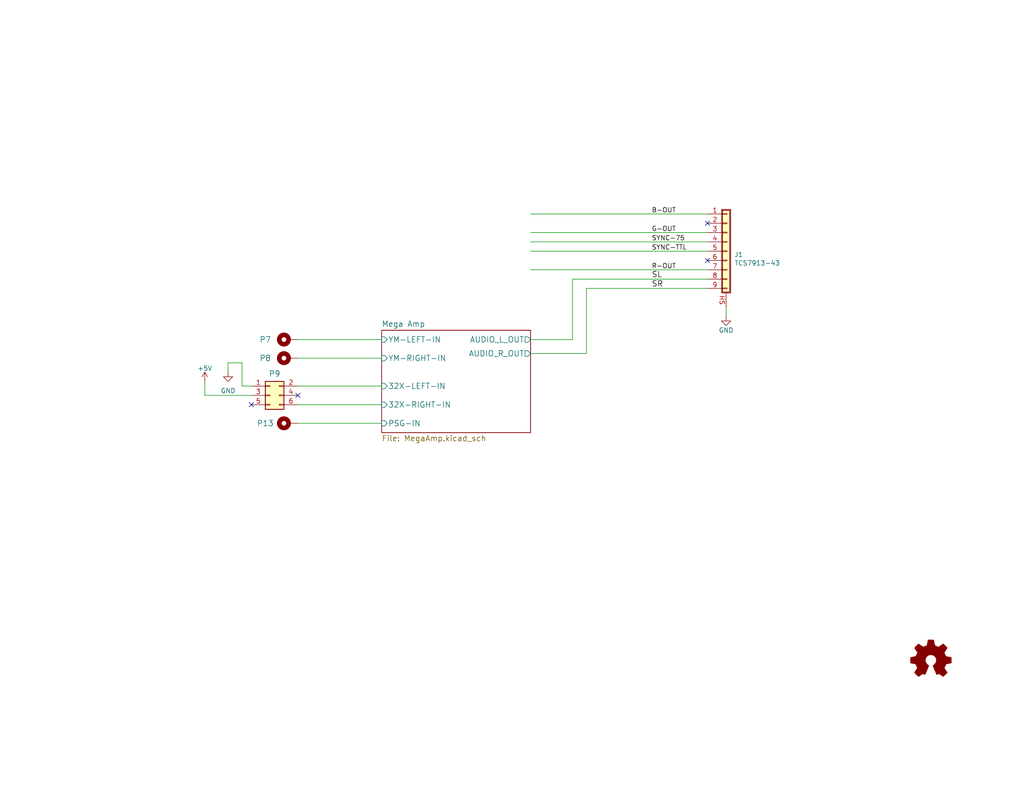
<source format=kicad_sch>
(kicad_sch (version 20211123) (generator eeschema)

  (uuid 80b2318c-b281-48f0-aa4f-ce54d0596f9a)

  (paper "A")

  (title_block
    (title "Genesis Model 3 Stereo Audio")
    (date "2021-01-17")
    (rev "A")
    (company "Late to the Game")
    (comment 1 "https://github.com/LateToTheGame16/Genesis-Model3-Stereo")
    (comment 2 "Licensed under CERN OHL v.1.2")
    (comment 3 "For Genesis 3 consoles only")
  )

  (lib_symbols
    (symbol "Connector_Generic:Conn_02x03_Odd_Even" (pin_names (offset 1.016) hide) (in_bom yes) (on_board yes)
      (property "Reference" "J" (id 0) (at 1.27 5.08 0)
        (effects (font (size 1.27 1.27)))
      )
      (property "Value" "Conn_02x03_Odd_Even" (id 1) (at 1.27 -5.08 0)
        (effects (font (size 1.27 1.27)))
      )
      (property "Footprint" "" (id 2) (at 0 0 0)
        (effects (font (size 1.27 1.27)) hide)
      )
      (property "Datasheet" "~" (id 3) (at 0 0 0)
        (effects (font (size 1.27 1.27)) hide)
      )
      (property "ki_keywords" "connector" (id 4) (at 0 0 0)
        (effects (font (size 1.27 1.27)) hide)
      )
      (property "ki_description" "Generic connector, double row, 02x03, odd/even pin numbering scheme (row 1 odd numbers, row 2 even numbers), script generated (kicad-library-utils/schlib/autogen/connector/)" (id 5) (at 0 0 0)
        (effects (font (size 1.27 1.27)) hide)
      )
      (property "ki_fp_filters" "Connector*:*_2x??_*" (id 6) (at 0 0 0)
        (effects (font (size 1.27 1.27)) hide)
      )
      (symbol "Conn_02x03_Odd_Even_1_1"
        (rectangle (start -1.27 -2.413) (end 0 -2.667)
          (stroke (width 0.1524) (type default) (color 0 0 0 0))
          (fill (type none))
        )
        (rectangle (start -1.27 0.127) (end 0 -0.127)
          (stroke (width 0.1524) (type default) (color 0 0 0 0))
          (fill (type none))
        )
        (rectangle (start -1.27 2.667) (end 0 2.413)
          (stroke (width 0.1524) (type default) (color 0 0 0 0))
          (fill (type none))
        )
        (rectangle (start -1.27 3.81) (end 3.81 -3.81)
          (stroke (width 0.254) (type default) (color 0 0 0 0))
          (fill (type background))
        )
        (rectangle (start 3.81 -2.413) (end 2.54 -2.667)
          (stroke (width 0.1524) (type default) (color 0 0 0 0))
          (fill (type none))
        )
        (rectangle (start 3.81 0.127) (end 2.54 -0.127)
          (stroke (width 0.1524) (type default) (color 0 0 0 0))
          (fill (type none))
        )
        (rectangle (start 3.81 2.667) (end 2.54 2.413)
          (stroke (width 0.1524) (type default) (color 0 0 0 0))
          (fill (type none))
        )
        (pin passive line (at -5.08 2.54 0) (length 3.81)
          (name "Pin_1" (effects (font (size 1.27 1.27))))
          (number "1" (effects (font (size 1.27 1.27))))
        )
        (pin passive line (at 7.62 2.54 180) (length 3.81)
          (name "Pin_2" (effects (font (size 1.27 1.27))))
          (number "2" (effects (font (size 1.27 1.27))))
        )
        (pin passive line (at -5.08 0 0) (length 3.81)
          (name "Pin_3" (effects (font (size 1.27 1.27))))
          (number "3" (effects (font (size 1.27 1.27))))
        )
        (pin passive line (at 7.62 0 180) (length 3.81)
          (name "Pin_4" (effects (font (size 1.27 1.27))))
          (number "4" (effects (font (size 1.27 1.27))))
        )
        (pin passive line (at -5.08 -2.54 0) (length 3.81)
          (name "Pin_5" (effects (font (size 1.27 1.27))))
          (number "5" (effects (font (size 1.27 1.27))))
        )
        (pin passive line (at 7.62 -2.54 180) (length 3.81)
          (name "Pin_6" (effects (font (size 1.27 1.27))))
          (number "6" (effects (font (size 1.27 1.27))))
        )
      )
    )
    (symbol "Connector_Generic_Shielded:Conn_01x09_Shielded" (pin_names (offset 1.016) hide) (in_bom yes) (on_board yes)
      (property "Reference" "J" (id 0) (at 0.254 12.446 0)
        (effects (font (size 1.27 1.27)))
      )
      (property "Value" "Conn_01x09_Shielded" (id 1) (at 1.016 -12.446 0)
        (effects (font (size 1.27 1.27)) (justify left))
      )
      (property "Footprint" "" (id 2) (at 0 0 0)
        (effects (font (size 1.27 1.27)) hide)
      )
      (property "Datasheet" "~" (id 3) (at 0 0 0)
        (effects (font (size 1.27 1.27)) hide)
      )
      (property "ki_keywords" "connector" (id 4) (at 0 0 0)
        (effects (font (size 1.27 1.27)) hide)
      )
      (property "ki_description" "Generic shielded connector, single row, 01x09, script generated (kicad-library-utils/schlib/autogen/connector/)" (id 5) (at 0 0 0)
        (effects (font (size 1.27 1.27)) hide)
      )
      (property "ki_fp_filters" "Connector*:*_1x??-1SH*" (id 6) (at 0 0 0)
        (effects (font (size 1.27 1.27)) hide)
      )
      (symbol "Conn_01x09_Shielded_1_1"
        (rectangle (start -1.27 11.43) (end 1.27 -11.43)
          (stroke (width 0.1524) (type default) (color 0 0 0 0))
          (fill (type none))
        )
        (rectangle (start -1.016 -10.033) (end 0.254 -10.287)
          (stroke (width 0.1524) (type default) (color 0 0 0 0))
          (fill (type none))
        )
        (rectangle (start -1.016 -7.493) (end 0.254 -7.747)
          (stroke (width 0.1524) (type default) (color 0 0 0 0))
          (fill (type none))
        )
        (rectangle (start -1.016 -4.953) (end 0.254 -5.207)
          (stroke (width 0.1524) (type default) (color 0 0 0 0))
          (fill (type none))
        )
        (rectangle (start -1.016 -2.413) (end 0.254 -2.667)
          (stroke (width 0.1524) (type default) (color 0 0 0 0))
          (fill (type none))
        )
        (rectangle (start -1.016 0.127) (end 0.254 -0.127)
          (stroke (width 0.1524) (type default) (color 0 0 0 0))
          (fill (type none))
        )
        (rectangle (start -1.016 2.667) (end 0.254 2.413)
          (stroke (width 0.1524) (type default) (color 0 0 0 0))
          (fill (type none))
        )
        (rectangle (start -1.016 5.207) (end 0.254 4.953)
          (stroke (width 0.1524) (type default) (color 0 0 0 0))
          (fill (type none))
        )
        (rectangle (start -1.016 7.747) (end 0.254 7.493)
          (stroke (width 0.1524) (type default) (color 0 0 0 0))
          (fill (type none))
        )
        (rectangle (start -1.016 10.287) (end 0.254 10.033)
          (stroke (width 0.1524) (type default) (color 0 0 0 0))
          (fill (type none))
        )
        (rectangle (start -1.016 11.176) (end 1.016 -11.176)
          (stroke (width 0.254) (type default) (color 0 0 0 0))
          (fill (type background))
        )
        (pin passive line (at -5.08 10.16 0) (length 4.064)
          (name "Pin_1" (effects (font (size 1.27 1.27))))
          (number "1" (effects (font (size 1.27 1.27))))
        )
        (pin passive line (at -5.08 7.62 0) (length 4.064)
          (name "Pin_2" (effects (font (size 1.27 1.27))))
          (number "2" (effects (font (size 1.27 1.27))))
        )
        (pin passive line (at -5.08 5.08 0) (length 4.064)
          (name "Pin_3" (effects (font (size 1.27 1.27))))
          (number "3" (effects (font (size 1.27 1.27))))
        )
        (pin passive line (at -5.08 2.54 0) (length 4.064)
          (name "Pin_4" (effects (font (size 1.27 1.27))))
          (number "4" (effects (font (size 1.27 1.27))))
        )
        (pin passive line (at -5.08 0 0) (length 4.064)
          (name "Pin_5" (effects (font (size 1.27 1.27))))
          (number "5" (effects (font (size 1.27 1.27))))
        )
        (pin passive line (at -5.08 -2.54 0) (length 4.064)
          (name "Pin_6" (effects (font (size 1.27 1.27))))
          (number "6" (effects (font (size 1.27 1.27))))
        )
        (pin passive line (at -5.08 -5.08 0) (length 4.064)
          (name "Pin_7" (effects (font (size 1.27 1.27))))
          (number "7" (effects (font (size 1.27 1.27))))
        )
        (pin passive line (at -5.08 -7.62 0) (length 4.064)
          (name "Pin_8" (effects (font (size 1.27 1.27))))
          (number "8" (effects (font (size 1.27 1.27))))
        )
        (pin passive line (at -5.08 -10.16 0) (length 4.064)
          (name "Pin_9" (effects (font (size 1.27 1.27))))
          (number "9" (effects (font (size 1.27 1.27))))
        )
        (pin passive line (at 0 -15.24 90) (length 3.81)
          (name "Shield" (effects (font (size 1.27 1.27))))
          (number "SH" (effects (font (size 1.27 1.27))))
        )
      )
    )
    (symbol "Graphic:Logo_Open_Hardware_Small" (pin_names (offset 1.016)) (in_bom yes) (on_board yes)
      (property "Reference" "#LOGO" (id 0) (at 0 6.985 0)
        (effects (font (size 1.27 1.27)) hide)
      )
      (property "Value" "Logo_Open_Hardware_Small" (id 1) (at 0 -5.715 0)
        (effects (font (size 1.27 1.27)) hide)
      )
      (property "Footprint" "" (id 2) (at 0 0 0)
        (effects (font (size 1.27 1.27)) hide)
      )
      (property "Datasheet" "~" (id 3) (at 0 0 0)
        (effects (font (size 1.27 1.27)) hide)
      )
      (property "ki_keywords" "Logo" (id 4) (at 0 0 0)
        (effects (font (size 1.27 1.27)) hide)
      )
      (property "ki_description" "Open Hardware logo, small" (id 5) (at 0 0 0)
        (effects (font (size 1.27 1.27)) hide)
      )
      (symbol "Logo_Open_Hardware_Small_0_1"
        (polyline
          (pts
            (xy 3.3528 -4.3434)
            (xy 3.302 -4.318)
            (xy 3.175 -4.2418)
            (xy 2.9972 -4.1148)
            (xy 2.7686 -3.9624)
            (xy 2.54 -3.81)
            (xy 2.3622 -3.7084)
            (xy 2.2352 -3.6068)
            (xy 2.1844 -3.5814)
            (xy 2.159 -3.6068)
            (xy 2.0574 -3.6576)
            (xy 1.905 -3.7338)
            (xy 1.8034 -3.7846)
            (xy 1.6764 -3.8354)
            (xy 1.6002 -3.8354)
            (xy 1.6002 -3.8354)
            (xy 1.5494 -3.7338)
            (xy 1.4732 -3.5306)
            (xy 1.3462 -3.302)
            (xy 1.2446 -3.0226)
            (xy 1.1176 -2.7178)
            (xy 0.9652 -2.413)
            (xy 0.8636 -2.1082)
            (xy 0.7366 -1.8288)
            (xy 0.6604 -1.6256)
            (xy 0.6096 -1.4732)
            (xy 0.5842 -1.397)
            (xy 0.5842 -1.397)
            (xy 0.6604 -1.3208)
            (xy 0.7874 -1.2446)
            (xy 1.0414 -1.016)
            (xy 1.2954 -0.6858)
            (xy 1.4478 -0.3302)
            (xy 1.524 0.0762)
            (xy 1.4732 0.4572)
            (xy 1.3208 0.8128)
            (xy 1.0668 1.143)
            (xy 0.762 1.3716)
            (xy 0.4064 1.524)
            (xy 0 1.5748)
            (xy -0.381 1.5494)
            (xy -0.7366 1.397)
            (xy -1.0668 1.143)
            (xy -1.2192 0.9906)
            (xy -1.397 0.6604)
            (xy -1.524 0.3048)
            (xy -1.524 0.2286)
            (xy -1.4986 -0.1778)
            (xy -1.397 -0.5334)
            (xy -1.1938 -0.8636)
            (xy -0.9144 -1.143)
            (xy -0.8636 -1.1684)
            (xy -0.7366 -1.27)
            (xy -0.635 -1.3462)
            (xy -0.5842 -1.397)
            (xy -1.0668 -2.5908)
            (xy -1.143 -2.794)
            (xy -1.2954 -3.1242)
            (xy -1.397 -3.4036)
            (xy -1.4986 -3.6322)
            (xy -1.5748 -3.7846)
            (xy -1.6002 -3.8354)
            (xy -1.6002 -3.8354)
            (xy -1.651 -3.8354)
            (xy -1.7272 -3.81)
            (xy -1.905 -3.7338)
            (xy -2.0066 -3.683)
            (xy -2.1336 -3.6068)
            (xy -2.2098 -3.5814)
            (xy -2.2606 -3.6068)
            (xy -2.3622 -3.683)
            (xy -2.54 -3.81)
            (xy -2.7686 -3.9624)
            (xy -2.9718 -4.0894)
            (xy -3.1496 -4.2164)
            (xy -3.302 -4.318)
            (xy -3.3528 -4.3434)
            (xy -3.3782 -4.3434)
            (xy -3.429 -4.318)
            (xy -3.5306 -4.2164)
            (xy -3.7084 -4.064)
            (xy -3.937 -3.8354)
            (xy -3.9624 -3.81)
            (xy -4.1656 -3.6068)
            (xy -4.318 -3.4544)
            (xy -4.4196 -3.3274)
            (xy -4.445 -3.2766)
            (xy -4.445 -3.2766)
            (xy -4.4196 -3.2258)
            (xy -4.318 -3.0734)
            (xy -4.2164 -2.8956)
            (xy -4.064 -2.667)
            (xy -3.6576 -2.0828)
            (xy -3.8862 -1.5494)
            (xy -3.937 -1.3716)
            (xy -4.0386 -1.1684)
            (xy -4.0894 -1.0414)
            (xy -4.1148 -0.9652)
            (xy -4.191 -0.9398)
            (xy -4.318 -0.9144)
            (xy -4.5466 -0.8636)
            (xy -4.8006 -0.8128)
            (xy -5.0546 -0.7874)
            (xy -5.2578 -0.7366)
            (xy -5.4356 -0.7112)
            (xy -5.5118 -0.6858)
            (xy -5.5118 -0.6858)
            (xy -5.5372 -0.635)
            (xy -5.5372 -0.5588)
            (xy -5.5372 -0.4318)
            (xy -5.5626 -0.2286)
            (xy -5.5626 0.0762)
            (xy -5.5626 0.127)
            (xy -5.5372 0.4064)
            (xy -5.5372 0.635)
            (xy -5.5372 0.762)
            (xy -5.5372 0.8382)
            (xy -5.5372 0.8382)
            (xy -5.461 0.8382)
            (xy -5.3086 0.889)
            (xy -5.08 0.9144)
            (xy -4.826 0.9652)
            (xy -4.8006 0.9906)
            (xy -4.5466 1.0414)
            (xy -4.318 1.0668)
            (xy -4.1656 1.1176)
            (xy -4.0894 1.143)
            (xy -4.0894 1.143)
            (xy -4.0386 1.2446)
            (xy -3.9624 1.4224)
            (xy -3.8608 1.6256)
            (xy -3.7846 1.8288)
            (xy -3.7084 2.0066)
            (xy -3.6576 2.159)
            (xy -3.6322 2.2098)
            (xy -3.6322 2.2098)
            (xy -3.683 2.286)
            (xy -3.7592 2.413)
            (xy -3.8862 2.5908)
            (xy -4.064 2.8194)
            (xy -4.064 2.8448)
            (xy -4.2164 3.0734)
            (xy -4.3434 3.2512)
            (xy -4.4196 3.3782)
            (xy -4.445 3.4544)
            (xy -4.445 3.4544)
            (xy -4.3942 3.5052)
            (xy -4.2926 3.6322)
            (xy -4.1148 3.81)
            (xy -3.937 4.0132)
            (xy -3.8608 4.064)
            (xy -3.6576 4.2926)
            (xy -3.5052 4.4196)
            (xy -3.4036 4.4958)
            (xy -3.3528 4.5212)
            (xy -3.3528 4.5212)
            (xy -3.302 4.4704)
            (xy -3.1496 4.3688)
            (xy -2.9718 4.2418)
            (xy -2.7432 4.0894)
            (xy -2.7178 4.0894)
            (xy -2.4892 3.937)
            (xy -2.3114 3.81)
            (xy -2.1844 3.7084)
            (xy -2.1336 3.683)
            (xy -2.1082 3.683)
            (xy -2.032 3.7084)
            (xy -1.8542 3.7592)
            (xy -1.6764 3.8354)
            (xy -1.4732 3.937)
            (xy -1.27 4.0132)
            (xy -1.143 4.064)
            (xy -1.0668 4.1148)
            (xy -1.0668 4.1148)
            (xy -1.0414 4.191)
            (xy -1.016 4.3434)
            (xy -0.9652 4.572)
            (xy -0.9144 4.8514)
            (xy -0.889 4.9022)
            (xy -0.8382 5.1562)
            (xy -0.8128 5.3848)
            (xy -0.7874 5.5372)
            (xy -0.762 5.588)
            (xy -0.7112 5.6134)
            (xy -0.5842 5.6134)
            (xy -0.4064 5.6134)
            (xy -0.1524 5.6134)
            (xy 0.0762 5.6134)
            (xy 0.3302 5.6134)
            (xy 0.5334 5.6134)
            (xy 0.6858 5.588)
            (xy 0.7366 5.588)
            (xy 0.7366 5.588)
            (xy 0.762 5.5118)
            (xy 0.8128 5.334)
            (xy 0.8382 5.1054)
            (xy 0.9144 4.826)
            (xy 0.9144 4.7752)
            (xy 0.9652 4.5212)
            (xy 1.016 4.2926)
            (xy 1.0414 4.1402)
            (xy 1.0668 4.0894)
            (xy 1.0668 4.0894)
            (xy 1.1938 4.0386)
            (xy 1.3716 3.9624)
            (xy 1.5748 3.8608)
            (xy 2.0828 3.6576)
            (xy 2.7178 4.0894)
            (xy 2.7686 4.1402)
            (xy 2.9972 4.2926)
            (xy 3.175 4.4196)
            (xy 3.302 4.4958)
            (xy 3.3782 4.5212)
            (xy 3.3782 4.5212)
            (xy 3.429 4.4704)
            (xy 3.556 4.3434)
            (xy 3.7338 4.191)
            (xy 3.9116 3.9878)
            (xy 4.064 3.8354)
            (xy 4.2418 3.6576)
            (xy 4.3434 3.556)
            (xy 4.4196 3.4798)
            (xy 4.4196 3.429)
            (xy 4.4196 3.4036)
            (xy 4.3942 3.3274)
            (xy 4.2926 3.2004)
            (xy 4.1656 2.9972)
            (xy 4.0132 2.794)
            (xy 3.8862 2.5908)
            (xy 3.7592 2.3876)
            (xy 3.6576 2.2352)
            (xy 3.6322 2.159)
            (xy 3.6322 2.1336)
            (xy 3.683 2.0066)
            (xy 3.7592 1.8288)
            (xy 3.8608 1.6002)
            (xy 4.064 1.1176)
            (xy 4.3942 1.0414)
            (xy 4.5974 1.016)
            (xy 4.8768 0.9652)
            (xy 5.1308 0.9144)
            (xy 5.5372 0.8382)
            (xy 5.5626 -0.6604)
            (xy 5.4864 -0.6858)
            (xy 5.4356 -0.6858)
            (xy 5.2832 -0.7366)
            (xy 5.0546 -0.762)
            (xy 4.8006 -0.8128)
            (xy 4.5974 -0.8636)
            (xy 4.3688 -0.9144)
            (xy 4.2164 -0.9398)
            (xy 4.1402 -0.9398)
            (xy 4.1148 -0.9652)
            (xy 4.064 -1.0668)
            (xy 3.9878 -1.2446)
            (xy 3.9116 -1.4478)
            (xy 3.81 -1.651)
            (xy 3.7338 -1.8542)
            (xy 3.683 -2.0066)
            (xy 3.6576 -2.0828)
            (xy 3.683 -2.1336)
            (xy 3.7846 -2.2606)
            (xy 3.8862 -2.4638)
            (xy 4.0386 -2.667)
            (xy 4.191 -2.8956)
            (xy 4.318 -3.0734)
            (xy 4.3942 -3.2004)
            (xy 4.445 -3.2766)
            (xy 4.4196 -3.3274)
            (xy 4.3434 -3.429)
            (xy 4.1656 -3.5814)
            (xy 3.937 -3.8354)
            (xy 3.8862 -3.8608)
            (xy 3.683 -4.064)
            (xy 3.5306 -4.2164)
            (xy 3.4036 -4.318)
            (xy 3.3528 -4.3434)
          )
          (stroke (width 0) (type default) (color 0 0 0 0))
          (fill (type outline))
        )
      )
    )
    (symbol "Mechanical:MountingHole_Pad" (pin_numbers hide) (pin_names (offset 1.016) hide) (in_bom yes) (on_board yes)
      (property "Reference" "H" (id 0) (at 0 6.35 0)
        (effects (font (size 1.27 1.27)))
      )
      (property "Value" "MountingHole_Pad" (id 1) (at 0 4.445 0)
        (effects (font (size 1.27 1.27)))
      )
      (property "Footprint" "" (id 2) (at 0 0 0)
        (effects (font (size 1.27 1.27)) hide)
      )
      (property "Datasheet" "~" (id 3) (at 0 0 0)
        (effects (font (size 1.27 1.27)) hide)
      )
      (property "ki_keywords" "mounting hole" (id 4) (at 0 0 0)
        (effects (font (size 1.27 1.27)) hide)
      )
      (property "ki_description" "Mounting Hole with connection" (id 5) (at 0 0 0)
        (effects (font (size 1.27 1.27)) hide)
      )
      (property "ki_fp_filters" "MountingHole*Pad*" (id 6) (at 0 0 0)
        (effects (font (size 1.27 1.27)) hide)
      )
      (symbol "MountingHole_Pad_0_1"
        (circle (center 0 1.27) (radius 1.27)
          (stroke (width 1.27) (type default) (color 0 0 0 0))
          (fill (type none))
        )
      )
      (symbol "MountingHole_Pad_1_1"
        (pin input line (at 0 -2.54 90) (length 2.54)
          (name "1" (effects (font (size 1.27 1.27))))
          (number "1" (effects (font (size 1.27 1.27))))
        )
      )
    )
    (symbol "power:+5V" (power) (pin_names (offset 0)) (in_bom yes) (on_board yes)
      (property "Reference" "#PWR" (id 0) (at 0 -3.81 0)
        (effects (font (size 1.27 1.27)) hide)
      )
      (property "Value" "+5V" (id 1) (at 0 3.556 0)
        (effects (font (size 1.27 1.27)))
      )
      (property "Footprint" "" (id 2) (at 0 0 0)
        (effects (font (size 1.27 1.27)) hide)
      )
      (property "Datasheet" "" (id 3) (at 0 0 0)
        (effects (font (size 1.27 1.27)) hide)
      )
      (property "ki_keywords" "power-flag" (id 4) (at 0 0 0)
        (effects (font (size 1.27 1.27)) hide)
      )
      (property "ki_description" "Power symbol creates a global label with name \"+5V\"" (id 5) (at 0 0 0)
        (effects (font (size 1.27 1.27)) hide)
      )
      (symbol "+5V_0_1"
        (polyline
          (pts
            (xy -0.762 1.27)
            (xy 0 2.54)
          )
          (stroke (width 0) (type default) (color 0 0 0 0))
          (fill (type none))
        )
        (polyline
          (pts
            (xy 0 0)
            (xy 0 2.54)
          )
          (stroke (width 0) (type default) (color 0 0 0 0))
          (fill (type none))
        )
        (polyline
          (pts
            (xy 0 2.54)
            (xy 0.762 1.27)
          )
          (stroke (width 0) (type default) (color 0 0 0 0))
          (fill (type none))
        )
      )
      (symbol "+5V_1_1"
        (pin power_in line (at 0 0 90) (length 0) hide
          (name "+5V" (effects (font (size 1.27 1.27))))
          (number "1" (effects (font (size 1.27 1.27))))
        )
      )
    )
    (symbol "power:GND" (power) (pin_names (offset 0)) (in_bom yes) (on_board yes)
      (property "Reference" "#PWR" (id 0) (at 0 -6.35 0)
        (effects (font (size 1.27 1.27)) hide)
      )
      (property "Value" "GND" (id 1) (at 0 -3.81 0)
        (effects (font (size 1.27 1.27)))
      )
      (property "Footprint" "" (id 2) (at 0 0 0)
        (effects (font (size 1.27 1.27)) hide)
      )
      (property "Datasheet" "" (id 3) (at 0 0 0)
        (effects (font (size 1.27 1.27)) hide)
      )
      (property "ki_keywords" "power-flag" (id 4) (at 0 0 0)
        (effects (font (size 1.27 1.27)) hide)
      )
      (property "ki_description" "Power symbol creates a global label with name \"GND\" , ground" (id 5) (at 0 0 0)
        (effects (font (size 1.27 1.27)) hide)
      )
      (symbol "GND_0_1"
        (polyline
          (pts
            (xy 0 0)
            (xy 0 -1.27)
            (xy 1.27 -1.27)
            (xy 0 -2.54)
            (xy -1.27 -1.27)
            (xy 0 -1.27)
          )
          (stroke (width 0) (type default) (color 0 0 0 0))
          (fill (type none))
        )
      )
      (symbol "GND_1_1"
        (pin power_in line (at 0 0 270) (length 0) hide
          (name "GND" (effects (font (size 1.27 1.27))))
          (number "1" (effects (font (size 1.27 1.27))))
        )
      )
    )
  )


  (no_connect (at 81.28 107.95) (uuid 18be3932-3829-4802-8a70-f9ce7684ddd2))
  (no_connect (at 193.04 71.12) (uuid 6dcfd869-8d64-4e47-a649-6a4246ecc600))
  (no_connect (at 193.04 60.96) (uuid b87e407e-255e-4c51-a6cc-d53503b0a6c5))
  (no_connect (at 68.58 110.49) (uuid fc408100-5a63-4f5a-b765-34a2d3dcf235))

  (wire (pts (xy 81.28 92.71) (xy 104.14 92.71))
    (stroke (width 0) (type default) (color 0 0 0 0))
    (uuid 144ea06f-9255-4dde-acd9-9030c88b5fab)
  )
  (wire (pts (xy 104.14 110.49) (xy 81.28 110.49))
    (stroke (width 0) (type default) (color 0 0 0 0))
    (uuid 188e4a58-3575-4a3c-a5f5-13f049cfc3c5)
  )
  (wire (pts (xy 156.21 92.71) (xy 144.78 92.71))
    (stroke (width 0) (type default) (color 0 0 0 0))
    (uuid 2b853e73-dfe6-4a96-bfa7-26c7b992eaa1)
  )
  (wire (pts (xy 81.28 97.79) (xy 104.14 97.79))
    (stroke (width 0) (type default) (color 0 0 0 0))
    (uuid 2bd4b824-fdd9-4663-a1ac-04e542fbd83a)
  )
  (wire (pts (xy 81.28 105.41) (xy 104.14 105.41))
    (stroke (width 0) (type default) (color 0 0 0 0))
    (uuid 2dd3fead-c221-419c-bd0a-db596acdd529)
  )
  (wire (pts (xy 160.02 78.74) (xy 193.04 78.74))
    (stroke (width 0) (type default) (color 0 0 0 0))
    (uuid 34b1eaa7-407c-426f-9832-69cd30a56490)
  )
  (wire (pts (xy 144.78 73.66) (xy 193.04 73.66))
    (stroke (width 0) (type default) (color 0 0 0 0))
    (uuid 485bf1df-b460-4840-ac1d-4ee7923ef4d3)
  )
  (wire (pts (xy 55.88 107.95) (xy 55.88 104.14))
    (stroke (width 0) (type default) (color 0 0 0 0))
    (uuid 4dffe7c3-7f13-4a1c-a649-3171c52d11a0)
  )
  (wire (pts (xy 156.21 76.2) (xy 156.21 92.71))
    (stroke (width 0) (type default) (color 0 0 0 0))
    (uuid 5ea9cd63-63a1-4ae9-9645-2fc4f8ec3a3c)
  )
  (wire (pts (xy 66.04 99.06) (xy 66.04 105.41))
    (stroke (width 0) (type default) (color 0 0 0 0))
    (uuid 7d4ebb9f-c52b-4599-be5b-a884dd8e424a)
  )
  (wire (pts (xy 156.21 76.2) (xy 193.04 76.2))
    (stroke (width 0) (type default) (color 0 0 0 0))
    (uuid 80282cad-c942-44e5-bf68-fb754536a0d1)
  )
  (wire (pts (xy 160.02 78.74) (xy 160.02 96.52))
    (stroke (width 0) (type default) (color 0 0 0 0))
    (uuid 88f6a2de-0e08-40a1-bcb6-6fe684fdb3be)
  )
  (wire (pts (xy 160.02 96.52) (xy 144.78 96.52))
    (stroke (width 0) (type default) (color 0 0 0 0))
    (uuid 8962e7ad-2cf5-4b48-92f6-f7dc23843804)
  )
  (wire (pts (xy 198.12 83.82) (xy 198.12 86.36))
    (stroke (width 0) (type default) (color 0 0 0 0))
    (uuid 8b0605c7-547e-4ac4-93ca-9aee84f60c4a)
  )
  (wire (pts (xy 68.58 107.95) (xy 55.88 107.95))
    (stroke (width 0) (type default) (color 0 0 0 0))
    (uuid 8bac61f8-4a8f-4c38-a4ec-6545bc9552c2)
  )
  (wire (pts (xy 62.23 99.06) (xy 66.04 99.06))
    (stroke (width 0) (type default) (color 0 0 0 0))
    (uuid 91b5286b-2ea1-482b-9192-8a483d2623d6)
  )
  (wire (pts (xy 66.04 105.41) (xy 68.58 105.41))
    (stroke (width 0) (type default) (color 0 0 0 0))
    (uuid a1b897f6-3bf5-4a87-8f4a-4b8e8bd738ef)
  )
  (wire (pts (xy 62.23 101.6) (xy 62.23 99.06))
    (stroke (width 0) (type default) (color 0 0 0 0))
    (uuid af09893d-947a-41c7-b2e1-12863ba81268)
  )
  (wire (pts (xy 144.78 68.58) (xy 193.04 68.58))
    (stroke (width 0) (type default) (color 0 0 0 0))
    (uuid b336b0df-53e5-450d-88ba-6e421efe79ce)
  )
  (wire (pts (xy 144.78 63.5) (xy 193.04 63.5))
    (stroke (width 0) (type default) (color 0 0 0 0))
    (uuid bd911c04-cd5d-4788-a15d-5290befca75a)
  )
  (wire (pts (xy 81.28 115.57) (xy 104.14 115.57))
    (stroke (width 0) (type default) (color 0 0 0 0))
    (uuid c288f6d0-c529-4648-8e2f-892ba0ce0e53)
  )
  (wire (pts (xy 144.78 58.42) (xy 193.04 58.42))
    (stroke (width 0) (type default) (color 0 0 0 0))
    (uuid ce0f022a-3795-45e0-85b1-0f7d8854c50e)
  )
  (wire (pts (xy 144.78 66.04) (xy 193.04 66.04))
    (stroke (width 0) (type default) (color 0 0 0 0))
    (uuid f9135800-400e-4c0f-b8ef-39cd4c7532ee)
  )

  (label "SYNC-75" (at 177.8 66.04 0)
    (effects (font (size 1.27 1.27)) (justify left bottom))
    (uuid 055b908b-1601-493b-9363-daa8b36819e5)
  )
  (label "G-OUT" (at 177.8 63.5 0)
    (effects (font (size 1.27 1.27)) (justify left bottom))
    (uuid bab20546-8f98-40c4-b1dd-44c5df8dfd5a)
  )
  (label "SR" (at 177.8 78.74 0)
    (effects (font (size 1.524 1.524)) (justify left bottom))
    (uuid bc95a530-776f-4c54-980e-7bff1270278a)
  )
  (label "R-OUT" (at 177.8 73.66 0)
    (effects (font (size 1.27 1.27)) (justify left bottom))
    (uuid c11fd181-8d75-47b1-ad85-33477a3aa4e1)
  )
  (label "SYNC-TTL" (at 177.8 68.58 0)
    (effects (font (size 1.27 1.27)) (justify left bottom))
    (uuid c3ed5d75-71af-4cbd-82d6-04ed048f7144)
  )
  (label "SL" (at 177.8 76.2 0)
    (effects (font (size 1.524 1.524)) (justify left bottom))
    (uuid dd66709b-f58f-4b44-a3a4-9cea49179937)
  )
  (label "B-OUT" (at 177.8 58.42 0)
    (effects (font (size 1.27 1.27)) (justify left bottom))
    (uuid e6277a36-5480-49e2-8377-4effc02789c7)
  )

  (symbol (lib_id "Connector_Generic_Shielded:Conn_01x09_Shielded") (at 198.12 68.58 0) (unit 1)
    (in_bom no) (on_board yes)
    (uuid 00000000-0000-0000-0000-00005c1617d3)
    (property "Reference" "J1" (id 0) (at 200.3552 69.5198 0)
      (effects (font (size 1.27 1.27)) (justify left))
    )
    (property "Value" "TCS7913-43" (id 1) (at 200.3552 71.8312 0)
      (effects (font (size 1.27 1.27)) (justify left))
    )
    (property "Footprint" "footprints:MiniDIN_TCS7913-43" (id 2) (at 198.12 68.58 0)
      (effects (font (size 1.27 1.27)) (justify left bottom) hide)
    )
    (property "Datasheet" "" (id 3) (at 198.12 68.58 0)
      (effects (font (size 1.27 1.27)) (justify left bottom) hide)
    )
    (property "Digikey" "" (id 4) (at 198.12 68.58 0)
      (effects (font (size 1.27 1.27)) (justify left bottom) hide)
    )
    (property "Description" "CONN RCPT FMALE MINI DIN 9P SLDR" (id 5) (at 198.12 68.58 0)
      (effects (font (size 1.27 1.27)) hide)
    )
    (pin "1" (uuid 399ae33c-21ed-44a9-9b10-960b0df4dec0))
    (pin "2" (uuid c557cb31-8201-4042-b8a0-69f343f49821))
    (pin "3" (uuid d63ab062-f7b8-4981-bea3-b255a4da0765))
    (pin "4" (uuid 28757574-a061-4465-afe7-b7a039e07db7))
    (pin "5" (uuid 95a22cec-8e6d-4570-8b1a-f626331d64ce))
    (pin "6" (uuid bd0a2e5f-1a4a-4f70-a8aa-b277f658d1e2))
    (pin "7" (uuid 5320d8b2-0db9-48be-8aab-ed15104d41de))
    (pin "8" (uuid eff04ad4-ced8-4cb2-8ace-56ebfe76bbd1))
    (pin "9" (uuid 0eec8c5d-4b44-4699-b3a8-f2d110aebbdc))
    (pin "SH" (uuid a3fbe55f-3c83-4727-be69-32355abd2a0b))
  )

  (symbol (lib_id "Mechanical:MountingHole_Pad") (at 78.74 92.71 90) (unit 1)
    (in_bom no) (on_board yes)
    (uuid 00000000-0000-0000-0000-00005c1fe7d9)
    (property "Reference" "P7" (id 0) (at 72.39 92.71 90)
      (effects (font (size 1.524 1.524)))
    )
    (property "Value" "TP_50" (id 1) (at 73.66 90.17 0)
      (effects (font (size 1.524 1.524)) hide)
    )
    (property "Footprint" "TestPoint:TestPoint_Pad_1.5x1.5mm" (id 2) (at 71.12 85.09 0)
      (effects (font (size 1.524 1.524)) hide)
    )
    (property "Datasheet" "" (id 3) (at 80.01 92.71 0)
      (effects (font (size 1.524 1.524)) hide)
    )
    (property "Digikey" "#ND" (id 4) (at 71.12 88.9 0)
      (effects (font (size 1.524 1.524)) hide)
    )
    (property "Description" "0.05\" x 0.05\" SMT Test Point" (id 5) (at 68.58 75.565 0)
      (effects (font (size 1.524 1.524)) hide)
    )
    (pin "1" (uuid 101e037f-9bec-4820-a508-2a0ba50d9f06))
  )

  (symbol (lib_id "Mechanical:MountingHole_Pad") (at 78.74 115.57 90) (unit 1)
    (in_bom no) (on_board yes)
    (uuid 00000000-0000-0000-0000-00005c1fe7f4)
    (property "Reference" "P13" (id 0) (at 72.39 115.57 90)
      (effects (font (size 1.524 1.524)))
    )
    (property "Value" "TP_50" (id 1) (at 73.66 113.03 0)
      (effects (font (size 1.524 1.524)) hide)
    )
    (property "Footprint" "TestPoint:TestPoint_Pad_1.5x1.5mm" (id 2) (at 71.12 107.95 0)
      (effects (font (size 1.524 1.524)) hide)
    )
    (property "Datasheet" "" (id 3) (at 80.01 115.57 0)
      (effects (font (size 1.524 1.524)) hide)
    )
    (property "Digikey" "#ND" (id 4) (at 71.12 111.76 0)
      (effects (font (size 1.524 1.524)) hide)
    )
    (property "Description" "0.05\" x 0.05\" SMT Test Point" (id 5) (at 68.58 98.425 0)
      (effects (font (size 1.524 1.524)) hide)
    )
    (pin "1" (uuid 784c2c99-aaa1-4c8a-bc77-9f336bb98d0d))
  )

  (symbol (lib_id "Connector_Generic:Conn_02x03_Odd_Even") (at 73.66 107.95 0) (unit 1)
    (in_bom no) (on_board yes)
    (uuid 00000000-0000-0000-0000-00005c1fe7fd)
    (property "Reference" "P9" (id 0) (at 74.93 102.0318 0)
      (effects (font (size 1.524 1.524)))
    )
    (property "Value" "TP_50" (id 1) (at 76.2 102.87 0)
      (effects (font (size 1.524 1.524)) hide)
    )
    (property "Footprint" "Connector_PinHeader_2.54mm:PinHeader_2x03_P2.54mm_Vertical" (id 2) (at 81.28 100.33 0)
      (effects (font (size 1.524 1.524)) hide)
    )
    (property "Datasheet" "" (id 3) (at 73.66 109.22 0)
      (effects (font (size 1.524 1.524)) hide)
    )
    (property "Digikey" "#ND" (id 4) (at 77.47 100.33 0)
      (effects (font (size 1.524 1.524)) hide)
    )
    (property "Description" "" (id 5) (at 90.805 97.79 0)
      (effects (font (size 1.524 1.524)) hide)
    )
    (pin "1" (uuid dfe5389c-e7e1-45ca-bc44-5f1081a1e330))
    (pin "2" (uuid e185c07b-879f-4106-b75d-463bb9576d1d))
    (pin "3" (uuid f4319554-57c7-43b7-9095-4e3e468ce7f3))
    (pin "4" (uuid 0af1eb22-8db0-47d8-8cb9-1889a61ef4ed))
    (pin "5" (uuid c63979cd-ba25-4665-b100-70ead07d2880))
    (pin "6" (uuid 2408f6ea-b531-479f-8819-1021bb968256))
  )

  (symbol (lib_id "Mechanical:MountingHole_Pad") (at 78.74 97.79 90) (unit 1)
    (in_bom no) (on_board yes)
    (uuid 00000000-0000-0000-0000-00005c1fe80f)
    (property "Reference" "P8" (id 0) (at 72.39 97.79 90)
      (effects (font (size 1.524 1.524)))
    )
    (property "Value" "TP_50" (id 1) (at 73.66 95.25 0)
      (effects (font (size 1.524 1.524)) hide)
    )
    (property "Footprint" "TestPoint:TestPoint_Pad_1.5x1.5mm" (id 2) (at 71.12 90.17 0)
      (effects (font (size 1.524 1.524)) hide)
    )
    (property "Datasheet" "" (id 3) (at 80.01 97.79 0)
      (effects (font (size 1.524 1.524)) hide)
    )
    (property "Digikey" "#ND" (id 4) (at 71.12 93.98 0)
      (effects (font (size 1.524 1.524)) hide)
    )
    (property "Description" "0.05\" x 0.05\" SMT Test Point" (id 5) (at 68.58 80.645 0)
      (effects (font (size 1.524 1.524)) hide)
    )
    (pin "1" (uuid fc9c39e5-b8ba-4c5d-858b-05c86a9c6cff))
  )

  (symbol (lib_id "power:GND") (at 198.12 86.36 0) (unit 1)
    (in_bom yes) (on_board yes)
    (uuid 00000000-0000-0000-0000-00005d825f0c)
    (property "Reference" "#PWR0105" (id 0) (at 198.12 92.71 0)
      (effects (font (size 1.27 1.27)) hide)
    )
    (property "Value" "GND" (id 1) (at 198.12 90.17 0))
    (property "Footprint" "" (id 2) (at 198.12 86.36 0)
      (effects (font (size 1.27 1.27)) hide)
    )
    (property "Datasheet" "" (id 3) (at 198.12 86.36 0)
      (effects (font (size 1.27 1.27)) hide)
    )
    (pin "1" (uuid 9f5bda34-0245-4b6b-a7a7-e5b620cf5ea9))
  )

  (symbol (lib_id "power:+5V") (at 55.88 104.14 0) (unit 1)
    (in_bom yes) (on_board yes)
    (uuid 00000000-0000-0000-0000-00006009ce35)
    (property "Reference" "#PWR0101" (id 0) (at 55.88 107.95 0)
      (effects (font (size 1.27 1.27)) hide)
    )
    (property "Value" "+5V" (id 1) (at 55.88 100.584 0))
    (property "Footprint" "" (id 2) (at 55.88 104.14 0)
      (effects (font (size 1.27 1.27)) hide)
    )
    (property "Datasheet" "" (id 3) (at 55.88 104.14 0)
      (effects (font (size 1.27 1.27)) hide)
    )
    (pin "1" (uuid 495cd507-3aec-4b02-a459-b32ba655e97f))
  )

  (symbol (lib_id "power:GND") (at 62.23 101.6 0) (unit 1)
    (in_bom yes) (on_board yes) (fields_autoplaced)
    (uuid 056ff63a-0934-436f-91dd-80b8210b7d12)
    (property "Reference" "#PWR0104" (id 0) (at 62.23 107.95 0)
      (effects (font (size 1.27 1.27)) hide)
    )
    (property "Value" "GND" (id 1) (at 62.23 106.68 0))
    (property "Footprint" "" (id 2) (at 62.23 101.6 0)
      (effects (font (size 1.27 1.27)) hide)
    )
    (property "Datasheet" "" (id 3) (at 62.23 101.6 0)
      (effects (font (size 1.27 1.27)) hide)
    )
    (pin "1" (uuid b076bfca-9ea3-4259-9da1-efe42ed5037f))
  )

  (symbol (lib_id "Graphic:Logo_Open_Hardware_Small") (at 254 180.34 0) (unit 1)
    (in_bom yes) (on_board yes) (fields_autoplaced)
    (uuid bef3bb41-5dd6-4e07-9e39-f128ef5b94e9)
    (property "Reference" "LOGO1" (id 0) (at 254 173.355 0)
      (effects (font (size 1.27 1.27)) hide)
    )
    (property "Value" "Logo_Open_Hardware_Small" (id 1) (at 254 186.055 0)
      (effects (font (size 1.27 1.27)) hide)
    )
    (property "Footprint" "Symbol:OSHW-Logo2_7.3x6mm_SilkScreen" (id 2) (at 254 180.34 0)
      (effects (font (size 1.27 1.27)) hide)
    )
    (property "Datasheet" "~" (id 3) (at 254 180.34 0)
      (effects (font (size 1.27 1.27)) hide)
    )
  )

  (sheet (at 104.14 90.17) (size 40.64 27.94) (fields_autoplaced)
    (stroke (width 0) (type solid) (color 0 0 0 0))
    (fill (color 0 0 0 0.0000))
    (uuid 00000000-0000-0000-0000-00005c0ed7bb)
    (property "Sheet name" "Mega Amp" (id 0) (at 104.14 89.3314 0)
      (effects (font (size 1.524 1.524)) (justify left bottom))
    )
    (property "Sheet file" "MegaAmp.kicad_sch" (id 1) (at 104.14 118.7962 0)
      (effects (font (size 1.524 1.524)) (justify left top))
    )
    (pin "AUDIO_R_OUT" output (at 144.78 96.52 0)
      (effects (font (size 1.524 1.524)) (justify right))
      (uuid d8592f89-fb2b-45c3-9ca5-0a44d7979951)
    )
    (pin "AUDIO_L_OUT" output (at 144.78 92.71 0)
      (effects (font (size 1.524 1.524)) (justify right))
      (uuid 095665dc-2d73-48de-85d7-15c4d1fb9629)
    )
    (pin "YM-LEFT-IN" input (at 104.14 92.71 180)
      (effects (font (size 1.524 1.524)) (justify left))
      (uuid 6e7b32e2-521d-41c4-9419-547418a5bfc1)
    )
    (pin "32X-LEFT-IN" input (at 104.14 105.41 180)
      (effects (font (size 1.524 1.524)) (justify left))
      (uuid 28e206c2-6988-4103-8d93-bff7e3c903b9)
    )
    (pin "PSG-IN" input (at 104.14 115.57 180)
      (effects (font (size 1.524 1.524)) (justify left))
      (uuid 3911b6ab-8d7e-4e80-8061-b278472eee37)
    )
    (pin "32X-RIGHT-IN" input (at 104.14 110.49 180)
      (effects (font (size 1.524 1.524)) (justify left))
      (uuid 3446fcc5-9b72-484e-825b-aebcab772544)
    )
    (pin "YM-RIGHT-IN" input (at 104.14 97.79 180)
      (effects (font (size 1.524 1.524)) (justify left))
      (uuid bd5511f6-0478-43f8-b65e-a551a1c53a9c)
    )
  )

  (sheet_instances
    (path "/" (page "1"))
    (path "/00000000-0000-0000-0000-00005c0ed7bb" (page "2"))
  )

  (symbol_instances
    (path "/00000000-0000-0000-0000-00005c0ed7bb/00000000-0000-0000-0000-00005c14eb23"
      (reference "#PWR010") (unit 1) (value "GND") (footprint "")
    )
    (path "/00000000-0000-0000-0000-00005c0ed7bb/00000000-0000-0000-0000-00005c0f1a56"
      (reference "#PWR015") (unit 1) (value "+5V") (footprint "")
    )
    (path "/00000000-0000-0000-0000-00005c0ed7bb/00000000-0000-0000-0000-00005c0f1a5c"
      (reference "#PWR016") (unit 1) (value "GND") (footprint "")
    )
    (path "/00000000-0000-0000-0000-00005c0ed7bb/00000000-0000-0000-0000-00005c14a7d1"
      (reference "#PWR017") (unit 1) (value "+5V") (footprint "")
    )
    (path "/00000000-0000-0000-0000-00005c0ed7bb/00000000-0000-0000-0000-00005c14a7cb"
      (reference "#PWR018") (unit 1) (value "GND") (footprint "")
    )
    (path "/00000000-0000-0000-0000-00006009ce35"
      (reference "#PWR0101") (unit 1) (value "+5V") (footprint "")
    )
    (path "/00000000-0000-0000-0000-00005c0ed7bb/00000000-0000-0000-0000-00005c1660e6"
      (reference "#PWR0102") (unit 1) (value "GND") (footprint "")
    )
    (path "/00000000-0000-0000-0000-00005c0ed7bb/00000000-0000-0000-0000-00005c2629bb"
      (reference "#PWR0103") (unit 1) (value "GND") (footprint "")
    )
    (path "/056ff63a-0934-436f-91dd-80b8210b7d12"
      (reference "#PWR0104") (unit 1) (value "GND") (footprint "")
    )
    (path "/00000000-0000-0000-0000-00005d825f0c"
      (reference "#PWR0105") (unit 1) (value "GND") (footprint "")
    )
    (path "/00000000-0000-0000-0000-00005c0ed7bb/00000000-0000-0000-0000-00005c0f1a2b"
      (reference "C1") (unit 1) (value "10uF") (footprint "Capacitor_SMD:C_0805_2012Metric")
    )
    (path "/00000000-0000-0000-0000-00005c0ed7bb/00000000-0000-0000-0000-00005c3070e8"
      (reference "C2") (unit 1) (value "10uF") (footprint "Capacitor_SMD:C_0805_2012Metric")
    )
    (path "/00000000-0000-0000-0000-00005c0ed7bb/00000000-0000-0000-0000-00005e308072"
      (reference "C5") (unit 1) (value "1uF") (footprint "Capacitor_SMD:C_0603_1608Metric")
    )
    (path "/00000000-0000-0000-0000-00005c0ed7bb/00000000-0000-0000-0000-00005e308398"
      (reference "C6") (unit 1) (value "1uF") (footprint "Capacitor_SMD:C_0603_1608Metric")
    )
    (path "/00000000-0000-0000-0000-00005c0ed7bb/00000000-0000-0000-0000-00005e308f78"
      (reference "C8") (unit 1) (value "1uF") (footprint "Capacitor_SMD:C_0603_1608Metric")
    )
    (path "/00000000-0000-0000-0000-00005c0ed7bb/00000000-0000-0000-0000-00005e309741"
      (reference "C9") (unit 1) (value "1uF") (footprint "Capacitor_SMD:C_0603_1608Metric")
    )
    (path "/00000000-0000-0000-0000-00005c0ed7bb/00000000-0000-0000-0000-00005c0f19cf"
      (reference "C10") (unit 1) (value "150pF") (footprint "Capacitor_SMD:C_0402_1005Metric")
    )
    (path "/00000000-0000-0000-0000-00005c0ed7bb/00000000-0000-0000-0000-00005c0f19d8"
      (reference "C11") (unit 1) (value "150pF") (footprint "Capacitor_SMD:C_0402_1005Metric")
    )
    (path "/00000000-0000-0000-0000-00005c0ed7bb/00000000-0000-0000-0000-00005c0f1b37"
      (reference "C12") (unit 1) (value "10uF") (footprint "Capacitor_SMD:C_0805_2012Metric")
    )
    (path "/00000000-0000-0000-0000-00005c0ed7bb/00000000-0000-0000-0000-00005c0f9cbc"
      (reference "C13") (unit 1) (value "0.1uF") (footprint "Capacitor_SMD:C_0402_1005Metric")
    )
    (path "/00000000-0000-0000-0000-00005c0ed7bb/00000000-0000-0000-0000-00005c0f19bd"
      (reference "C14") (unit 1) (value "47uF") (footprint "Capacitor_Tantalum_SMD:CP_EIA-3528-21_Kemet-B")
    )
    (path "/00000000-0000-0000-0000-00005c0ed7bb/00000000-0000-0000-0000-00005e2b6064"
      (reference "C15") (unit 1) (value "47uF") (footprint "Capacitor_Tantalum_SMD:CP_EIA-3528-21_Kemet-B")
    )
    (path "/00000000-0000-0000-0000-00005c1617d3"
      (reference "J1") (unit 1) (value "TCS7913-43") (footprint "footprints:MiniDIN_TCS7913-43")
    )
    (path "/bef3bb41-5dd6-4e07-9e39-f128ef5b94e9"
      (reference "LOGO1") (unit 1) (value "Logo_Open_Hardware_Small") (footprint "Symbol:OSHW-Logo2_7.3x6mm_SilkScreen")
    )
    (path "/00000000-0000-0000-0000-00005c1fe7d9"
      (reference "P7") (unit 1) (value "TP_50") (footprint "TestPoint:TestPoint_Pad_1.5x1.5mm")
    )
    (path "/00000000-0000-0000-0000-00005c1fe80f"
      (reference "P8") (unit 1) (value "TP_50") (footprint "TestPoint:TestPoint_Pad_1.5x1.5mm")
    )
    (path "/00000000-0000-0000-0000-00005c1fe7fd"
      (reference "P9") (unit 1) (value "TP_50") (footprint "Connector_PinHeader_2.54mm:PinHeader_2x03_P2.54mm_Vertical")
    )
    (path "/00000000-0000-0000-0000-00005c1fe7f4"
      (reference "P13") (unit 1) (value "TP_50") (footprint "TestPoint:TestPoint_Pad_1.5x1.5mm")
    )
    (path "/00000000-0000-0000-0000-00005c0ed7bb/00000000-0000-0000-0000-00005c0f19f5"
      (reference "R5") (unit 1) (value "75R") (footprint "Resistor_SMD:R_0402_1005Metric")
    )
    (path "/00000000-0000-0000-0000-00005c0ed7bb/00000000-0000-0000-0000-00005c2925d2"
      (reference "R6") (unit 1) (value "75R") (footprint "Resistor_SMD:R_0402_1005Metric")
    )
    (path "/00000000-0000-0000-0000-00005c0ed7bb/00000000-0000-0000-0000-00005c0f1a22"
      (reference "R9") (unit 1) (value "210K") (footprint "Resistor_SMD:R_0402_1005Metric")
    )
    (path "/00000000-0000-0000-0000-00005c0ed7bb/00000000-0000-0000-0000-00005c2925e2"
      (reference "R10") (unit 1) (value "210K") (footprint "Resistor_SMD:R_0402_1005Metric")
    )
    (path "/00000000-0000-0000-0000-00005c0ed7bb/00000000-0000-0000-0000-00005c20f646"
      (reference "R12") (unit 1) (value "130K") (footprint "Resistor_SMD:R_0402_1005Metric")
    )
    (path "/00000000-0000-0000-0000-00005c0ed7bb/00000000-0000-0000-0000-00005c0f19fe"
      (reference "R15") (unit 1) (value "2K2") (footprint "Resistor_SMD:R_0402_1005Metric")
    )
    (path "/00000000-0000-0000-0000-00005c0ed7bb/00000000-0000-0000-0000-00005c2a403d"
      (reference "R17") (unit 1) (value "130K") (footprint "Resistor_SMD:R_0402_1005Metric")
    )
    (path "/00000000-0000-0000-0000-00005c0ed7bb/00000000-0000-0000-0000-00005c0f1a10"
      (reference "R19") (unit 1) (value "210K") (footprint "Resistor_SMD:R_0402_1005Metric")
    )
    (path "/00000000-0000-0000-0000-00005c0ed7bb/00000000-0000-0000-0000-00005c0f1a64"
      (reference "R20") (unit 1) (value "210K") (footprint "Resistor_SMD:R_0402_1005Metric")
    )
    (path "/00000000-0000-0000-0000-00005c0ed7bb/00000000-0000-0000-0000-00005c0f19ab"
      (reference "R21") (unit 1) (value "300K") (footprint "Resistor_SMD:R_0402_1005Metric")
    )
    (path "/00000000-0000-0000-0000-00005c0ed7bb/00000000-0000-0000-0000-00005c0f19b4"
      (reference "R22") (unit 1) (value "300K") (footprint "Resistor_SMD:R_0402_1005Metric")
    )
    (path "/00000000-0000-0000-0000-00005c0ed7bb/00000000-0000-0000-0000-00005c0f1a4f"
      (reference "R23") (unit 1) (value "10K") (footprint "Resistor_SMD:R_0402_1005Metric")
    )
    (path "/00000000-0000-0000-0000-00005c0ed7bb/00000000-0000-0000-0000-00005c0f1b40"
      (reference "R24") (unit 1) (value "10K") (footprint "Resistor_SMD:R_0402_1005Metric")
    )
    (path "/00000000-0000-0000-0000-00005c0ed7bb/00000000-0000-0000-0000-00005c0f1999"
      (reference "R25") (unit 1) (value "330R") (footprint "Resistor_SMD:R_0402_1005Metric")
    )
    (path "/00000000-0000-0000-0000-00005c0ed7bb/00000000-0000-0000-0000-00005c0f19a2"
      (reference "R26") (unit 1) (value "330R") (footprint "Resistor_SMD:R_0402_1005Metric")
    )
    (path "/00000000-0000-0000-0000-00005c0ed7bb/00000000-0000-0000-0000-00005c0f1b7b"
      (reference "U1") (unit 1) (value "TL972IDR") (footprint "Package_SO:SOIC-8_3.9x4.9mm_P1.27mm")
    )
    (path "/00000000-0000-0000-0000-00005c0ed7bb/00000000-0000-0000-0000-00005c0f1990"
      (reference "U1") (unit 2) (value "TL972IDR") (footprint "Package_SO:SOIC-8_3.9x4.9mm_P1.27mm")
    )
    (path "/00000000-0000-0000-0000-00005c0ed7bb/00000000-0000-0000-0000-00005c0f9ccd"
      (reference "U1") (unit 3) (value "TL972IDR") (footprint "Package_SO:SOIC-8_3.9x4.9mm_P1.27mm")
    )
  )
)

</source>
